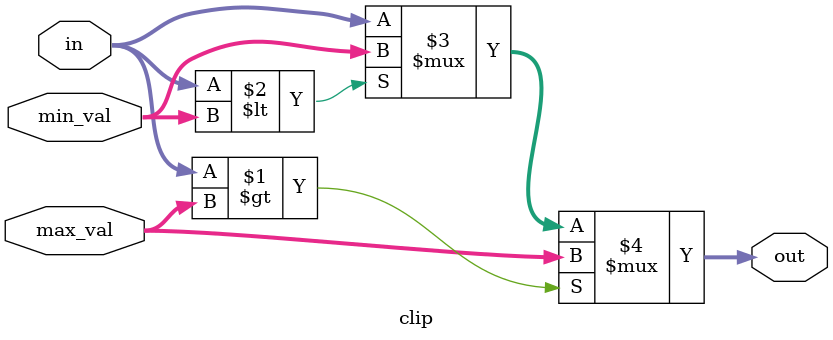
<source format=v>
module clip (
    input  signed [31:0] in,
    input  signed [31:0] min_val,
    input  signed [31:0] max_val,
    output signed [31:0] out
);
    assign out = (in > max_val) ? max_val :
                 (in < min_val) ? min_val :
                 in;
endmodule


/*
module clip (
    input  signed [31:0] in,
    input  signed [31:0] min_val,
    input  signed [31:0] max_val,
    output signed [31:0] out
);
    assign out = (in > max_val) ? max_val :
                 (in < min_val) ? min_val :
                 in;
endmodule
*/
</source>
